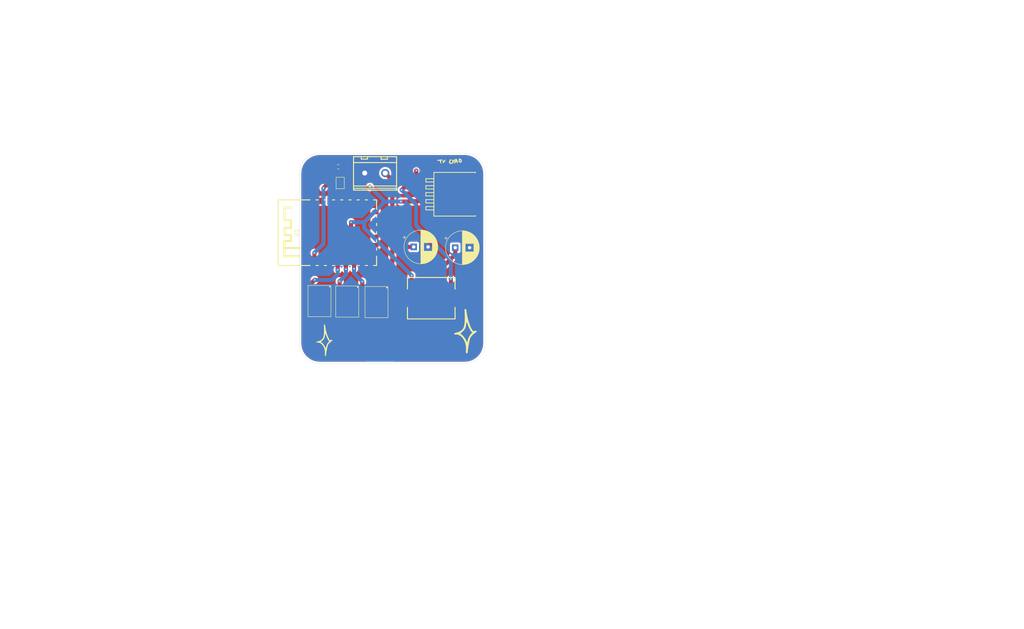
<source format=kicad_pcb>
(kicad_pcb (version 20240108) (generator "pcbnew") (generator_version "8.0")
  (layers (0 "F.Cu" signal) (31 "B.Cu" signal) (34 "B.Paste" user) (35 "F.Paste" user) (36 "B.SilkS" user "B.Silkscreen") (37 "F.SilkS" user "F.Silkscreen") (38 "B.Mask" user) (39 "F.Mask" user) (44 "Edge.Cuts" user))
  (net 0 "")
  (net 1 "Net-(P1-+)")
  (net 2 "GND")
  (net 3 "Net-(U1-EN)")
  (net 4 "Net-(JP1-B)")
  (net 5 "Net-(U3-OUTPUT)")
  (net 6 "Net-(U2-G)")
  (net 7 "Net-(Q1-G)")
  (net 8 "Net-(U2-R)")
  (net 9 "Net-(Q2-G)")
  (net 10 "Net-(U2-B)")
  (net 11 "Net-(Q3-G)")
  (footprint "easyeda2kicad:TO-263-5_L10.0-W8.4-P1.70-LS15.3-BR" (layer "F.Cu") (at 57.85 26.05 180)
    (property "Reference" "U3" (hide yes))
    (property "Value" "LM2575HVS-3.3_C347428" (hide yes))
    (pad "1" smd rect (at 5.55 3.4 180) (size 4 1.02) (layers "F.Cu" "F.Paste" "F.Mask") (net 1 "Net-(P1-+)"))
    (pad "2" smd rect (at 5.55 1.7 180) (size 4 1.02) (layers "F.Cu" "F.Paste" "F.Mask") (net 5 "Net-(U3-OUTPUT)"))
    (pad "3" smd rect (at 5.55 0 180) (size 4 1.02) (layers "F.Cu" "F.Paste" "F.Mask") (net 2 "GND"))
    (pad "4" smd rect (at 5.55 -1.7 180) (size 4 1.02) (layers "F.Cu" "F.Paste" "F.Mask") (net 3 "Net-(U1-EN)"))
    (pad "5" smd rect (at 5.55 -3.4 180) (size 4 1.02) (layers "F.Cu" "F.Paste" "F.Mask") (net 2 "GND"))
    (pad "6" smd rect (at -5.55 0 180) (size 8.4 10) (layers "F.Cu" "F.Paste" "F.Mask") (net 2 "GND"))
  )
  (footprint "PCM_Package_SO_AKL:SO-8_3.9x4.9mm_P1.27mm" (layer "F.Cu") (at 28.72 52.09 -90)
    (property "Reference" "Q3" (hide yes))
    (property "Value" "IRF7201" (hide yes))
    (pad "1" smd roundrect (at -2.575 -1.905 270) (size 1.75 0.6) (layers "F.Cu" "F.Paste" "F.Mask") (net 2 "GND"))
    (pad "2" smd roundrect (at -2.575 -0.635 270) (size 1.75 0.6) (layers "F.Cu" "F.Paste" "F.Mask") (net 2 "GND"))
    (pad "3" smd roundrect (at -2.575 0.635 270) (size 1.75 0.6) (layers "F.Cu" "F.Paste" "F.Mask") (net 2 "GND"))
    (pad "4" smd roundrect (at -2.575 1.905 270) (size 1.75 0.6) (layers "F.Cu" "F.Paste" "F.Mask") (net 11 "Net-(Q3-G)"))
    (pad "5" smd roundrect (at 2.575 1.905 270) (size 1.75 0.6) (layers "F.Cu" "F.Paste" "F.Mask") (net 10 "Net-(U2-B)"))
    (pad "6" smd roundrect (at 2.575 0.635 270) (size 1.75 0.6) (layers "F.Cu" "F.Paste" "F.Mask") (net 10 "Net-(U2-B)"))
    (pad "7" smd roundrect (at 2.575 -0.635 270) (size 1.75 0.6) (layers "F.Cu" "F.Paste" "F.Mask") (net 10 "Net-(U2-B)"))
    (pad "8" smd roundrect (at 2.575 -1.905 270) (size 1.75 0.6) (layers "F.Cu" "F.Paste" "F.Mask") (net 10 "Net-(U2-B)"))
  )
  (footprint "Resistor_SMD:R_0603_1608Metric" (layer "F.Cu") (at 33.295 19.37 180)
    (property "Reference" "R1" (hide yes))
    (property "Value" "R" (hide yes))
    (pad "1" smd roundrect (at -0.825 0 180) (size 0.8 0.95) (layers "F.Cu" "F.Paste" "F.Mask") (net 3 "Net-(U1-EN)"))
    (pad "2" smd roundrect (at 0.825 0 180) (size 0.8 0.95) (layers "F.Cu" "F.Paste" "F.Mask") (net 4 "Net-(JP1-B)"))
  )
  (footprint "easyeda2kicad:WIFIM-SMD_ESP-F" (layer "F.Cu") (at 34.77 35.42 90)
    (property "Reference" "U1" (at 0 -11.62 90) (layer "F.SilkS"))
    (property "Value" "ESP-F" (hide yes))
    (pad "1" smd rect (at -7.75 -7.62 180) (size 1 1.5) (layers "F.Cu" "F.Paste" "F.Mask") (net 4 "Net-(JP1-B)"))
    (pad "2" smd rect (at -7.75 -5.62 180) (size 1 1.5) (layers "F.Cu" "F.Paste" "F.Mask"))
    (pad "3" smd rect (at -7.75 -3.62 180) (size 1 1.5) (layers "F.Cu" "F.Paste" "F.Mask") (net 3 "Net-(U1-EN)"))
    (pad "4" smd rect (at -7.75 -1.62 180) (size 1 1.5) (layers "F.Cu" "F.Paste" "F.Mask") (net 11 "Net-(Q3-G)"))
    (pad "5" smd rect (at -7.75 0.38 180) (size 1 1.5) (layers "F.Cu" "F.Paste" "F.Mask") (net 9 "Net-(Q2-G)"))
    (pad "6" smd rect (at -7.75 2.38 180) (size 1 1.5) (layers "F.Cu" "F.Paste" "F.Mask") (net 7 "Net-(Q1-G)"))
    (pad "7" smd rect (at -7.75 4.38 180) (size 1 1.5) (layers "F.Cu" "F.Paste" "F.Mask"))
    (pad "8" smd rect (at -7.75 6.38 180) (size 1 1.5) (layers "F.Cu" "F.Paste" "F.Mask") (net 3 "Net-(U1-EN)"))
    (pad "9" smd rect (at -5 7.62 90) (size 1 1.5) (layers "F.Cu" "F.Paste" "F.Mask"))
    (pad "10" smd rect (at -3 7.62 90) (size 1 1.5) (layers "F.Cu" "F.Paste" "F.Mask"))
    (pad "11" smd rect (at -1 7.62 90) (size 1 1.5) (layers "F.Cu" "F.Paste" "F.Mask"))
    (pad "12" smd rect (at 1 7.62 90) (size 1 1.5) (layers "F.Cu" "F.Paste" "F.Mask"))
    (pad "13" smd rect (at 3 7.62 90) (size 1 1.5) (layers "F.Cu" "F.Paste" "F.Mask"))
    (pad "14" smd rect (at 5 7.62 90) (size 1 1.5) (layers "F.Cu" "F.Paste" "F.Mask"))
    (pad "15" smd rect (at 7.75 6.38 180) (size 1 1.5) (layers "F.Cu" "F.Paste" "F.Mask") (net 2 "GND"))
    (pad "16" smd rect (at 7.75 4.38 180) (size 1 1.5) (layers "F.Cu" "F.Paste" "F.Mask"))
    (pad "17" smd rect (at 7.75 2.38 180) (size 1 1.5) (layers "F.Cu" "F.Paste" "F.Mask"))
    (pad "18" smd rect (at 7.75 0.38 180) (size 1 1.5) (layers "F.Cu" "F.Paste" "F.Mask"))
    (pad "19" smd rect (at 7.75 -1.62 180) (size 1 1.5) (layers "F.Cu" "F.Paste" "F.Mask"))
    (pad "20" smd rect (at 7.75 -3.62 180) (size 1 1.5) (layers "F.Cu" "F.Paste" "F.Mask"))
    (pad "21" smd rect (at 7.75 -5.62 180) (size 1 1.5) (layers "F.Cu" "F.Paste" "F.Mask"))
    (pad "22" smd rect (at 7.75 -7.62 180) (size 1 1.5) (layers "F.Cu" "F.Paste" "F.Mask"))
  )
  (footprint "LOGO" (layer "F.Cu") (at 60.96 20.32)
    (property "Reference" "G***" (hide yes))
    (property "Value" "LOGO" (hide yes))
  )
  (footprint "LOGO" (layer "F.Cu") (at 64.798074 61.786165)
    (property "Reference" "G***" (hide yes))
    (property "Value" "LOGO" (hide yes))
  )
  (footprint "easyeda2kicad:IND-SMD_L11.6-W10.1" (layer "F.Cu") (at 55.97 51.39 180)
    (property "Reference" "L1" (hide yes))
    (property "Value" "CYA1040-33UH" (hide yes))
    (pad "1" smd rect (at -4.8 0 180) (size 3.5 4) (layers "F.Cu" "F.Paste" "F.Mask") (net 5 "Net-(U3-OUTPUT)"))
    (pad "2" smd rect (at 4.8 0 180) (size 3.5 4) (layers "F.Cu" "F.Paste" "F.Mask") (net 3 "Net-(U1-EN)"))
  )
  (footprint "Capacitor_THT:CP_Radial_D8.0mm_P3.50mm" (layer "F.Cu") (at 61.82 39.08)
    (property "Reference" "C2" (hide yes))
    (property "Value" "220uf" (hide yes))
    (pad "1" thru_hole rect (at 0 0) (size 1.6 1.6) (drill 0.8) (layers "*.Cu" "*.Mask") (net 3 "Net-(U1-EN)"))
    (pad "2" thru_hole circle (at 3.5 0) (size 1.6 1.6) (drill 0.8) (layers "*.Cu" "*.Mask") (net 2 "GND"))
  )
  (footprint "PCM_Package_SO_AKL:SO-8_3.9x4.9mm_P1.27mm" (layer "F.Cu") (at 42.62 52.35 -90)
    (property "Reference" "Q1" (hide yes))
    (property "Value" "IRF7201" (hide yes))
    (pad "1" smd roundrect (at -2.575 -1.905 270) (size 1.75 0.6) (layers "F.Cu" "F.Paste" "F.Mask") (net 2 "GND"))
    (pad "2" smd roundrect (at -2.575 -0.635 270) (size 1.75 0.6) (layers "F.Cu" "F.Paste" "F.Mask") (net 2 "GND"))
    (pad "3" smd roundrect (at -2.575 0.635 270) (size 1.75 0.6) (layers "F.Cu" "F.Paste" "F.Mask") (net 2 "GND"))
    (pad "4" smd roundrect (at -2.575 1.905 270) (size 1.75 0.6) (layers "F.Cu" "F.Paste" "F.Mask") (net 7 "Net-(Q1-G)"))
    (pad "5" smd roundrect (at 2.575 1.905 270) (size 1.75 0.6) (layers "F.Cu" "F.Paste" "F.Mask") (net 6 "Net-(U2-G)"))
    (pad "6" smd roundrect (at 2.575 0.635 270) (size 1.75 0.6) (layers "F.Cu" "F.Paste" "F.Mask") (net 6 "Net-(U2-G)"))
    (pad "7" smd roundrect (at 2.575 -0.635 270) (size 1.75 0.6) (layers "F.Cu" "F.Paste" "F.Mask") (net 6 "Net-(U2-G)"))
    (pad "8" smd roundrect (at 2.575 -1.905 270) (size 1.75 0.6) (layers "F.Cu" "F.Paste" "F.Mask") (net 6 "Net-(U2-G)"))
  )
  (footprint "mylibrary:ledstrip" (layer "F.Cu") (at 55.48 64.64 -90)
    (property "Reference" "U2" (hide yes))
    (property "Value" "~" (hide yes))
    (pad "1" smd roundrect (at 0 9 270) (size 3 1) (layers "F.Cu" "F.Paste" "F.Mask") (net 1 "Net-(P1-+)"))
    (pad "2" smd roundrect (at 0 11 270) (size 3 1) (layers "F.Cu" "F.Paste" "F.Mask") (net 6 "Net-(U2-G)"))
    (pad "3" smd roundrect (at 0 13 270) (size 3 1) (layers "F.Cu" "F.Paste" "F.Mask") (net 8 "Net-(U2-R)"))
    (pad "4" smd roundrect (at 0 15 270) (size 3 1) (layers "F.Cu" "F.Paste" "F.Mask") (net 10 "Net-(U2-B)"))
  )
  (footprint "Jumper:SolderJumper-2_P1.3mm_Open_Pad1.0x1.5mm" (layer "F.Cu") (at 33.77 23.3 90)
    (property "Reference" "JP1" (hide yes))
    (property "Value" "Jumper_2_Open" (hide yes))
    (pad "1" smd rect (at -0.65 0 90) (size 1 1.5) (layers "F.Cu" "F.Mask") (net 2 "GND"))
    (pad "2" smd rect (at 0.65 0 90) (size 1 1.5) (layers "F.Cu" "F.Mask") (net 4 "Net-(JP1-B)"))
  )
  (footprint "LOGO" (layer "F.Cu") (at 30.29 63.31)
    (property "Reference" "G***" (hide yes))
    (property "Value" "LOGO" (hide yes))
  )
  (footprint "Capacitor_THT:CP_Radial_D8.0mm_P3.50mm" (layer "F.Cu") (at 51.697349 38.89)
    (property "Reference" "C1" (hide yes))
    (property "Value" "680uf" (hide yes))
    (pad "1" thru_hole rect (at 0 0) (size 1.6 1.6) (drill 0.8) (layers "*.Cu" "*.Mask") (net 1 "Net-(P1-+)"))
    (pad "2" thru_hole circle (at 3.5 0) (size 1.6 1.6) (drill 0.8) (layers "*.Cu" "*.Mask") (net 2 "GND"))
  )
  (footprint "PCM_Package_SO_AKL:SO-8_3.9x4.9mm_P1.27mm" (layer "F.Cu") (at 35.485 52.205 -90)
    (property "Reference" "Q2" (hide yes))
    (property "Value" "IRF7201" (hide yes))
    (pad "1" smd roundrect (at -2.575 -1.905 270) (size 1.75 0.6) (layers "F.Cu" "F.Paste" "F.Mask") (net 2 "GND"))
    (pad "2" smd roundrect (at -2.575 -0.635 270) (size 1.75 0.6) (layers "F.Cu" "F.Paste" "F.Mask") (net 2 "GND"))
    (pad "3" smd roundrect (at -2.575 0.635 270) (size 1.75 0.6) (layers "F.Cu" "F.Paste" "F.Mask") (net 2 "GND"))
    (pad "4" smd roundrect (at -2.575 1.905 270) (size 1.75 0.6) (layers "F.Cu" "F.Paste" "F.Mask") (net 9 "Net-(Q2-G)"))
    (pad "5" smd roundrect (at 2.575 1.905 270) (size 1.75 0.6) (layers "F.Cu" "F.Paste" "F.Mask") (net 8 "Net-(U2-R)"))
    (pad "6" smd roundrect (at 2.575 0.635 270) (size 1.75 0.6) (layers "F.Cu" "F.Paste" "F.Mask") (net 8 "Net-(U2-R)"))
    (pad "7" smd roundrect (at 2.575 -0.635 270) (size 1.75 0.6) (layers "F.Cu" "F.Paste" "F.Mask") (net 8 "Net-(U2-R)"))
    (pad "8" smd roundrect (at 2.575 -1.905 270) (size 1.75 0.6) (layers "F.Cu" "F.Paste" "F.Mask") (net 8 "Net-(U2-R)"))
  )
  (footprint "easyeda2kicad:CONN-TH_2P-P5.00_CPC3703CTR" (layer "F.Cu") (at 42.25 20.89)
    (property "Reference" "P1" (hide yes))
    (property "Value" "WJ127-5.0-2P" (hide yes))
    (pad "1" thru_hole circle (at -2.5 0) (size 2 2) (drill 1.199998) (layers "*.Cu" "*.Mask") (net 2 "GND"))
    (pad "2" thru_hole circle (at 2.5 0) (size 2 2) (drill 1.199998) (layers "*.Cu" "*.Mask") (net 1 "Net-(P1-+)"))
  )
  (gr_arc (start 69.12 62.36) (mid 67.655534 65.895534) (end 64.12 67.36) (stroke (width 0.05)) (layer "Edge.Cuts"))
  (gr_line (start 69.12 21.01) (end 69.12 62.36) (stroke (width 0.05)) (layer "Edge.Cuts"))
  (gr_arc (start 23.81 21.01) (mid 25.274466 17.474466) (end 28.81 16.01) (stroke (width 0.05)) (layer "Edge.Cuts"))
  (gr_arc (start 28.81 67.36) (mid 25.274466 65.895534) (end 23.81 62.36) (stroke (width 0.05)) (layer "Edge.Cuts"))
  (gr_line (start 28.81 16.01) (end 64.12 16.01) (stroke (width 0.05)) (layer "Edge.Cuts"))
  (gr_line (start 23.81 62.36) (end 23.81 21.01) (stroke (width 0.05)) (layer "Edge.Cuts"))
  (gr_line (start 64.12 67.36) (end 28.81 67.36) (stroke (width 0.05)) (layer "Edge.Cuts"))
  (gr_arc (start 64.12 16.01) (mid 67.655534 17.474466) (end 69.12 21.01) (stroke (width 0.05)) (layer "Edge.Cuts"))
  (segment (start 47.44 38.89) (end 46.48 37.93) (width 1) (layer "F.Cu") (net 1))
  (segment (start 52.3 22.65) (end 46.51 22.65) (width 1) (layer "F.Cu") (net 1))
  (segment (start 51.697349 38.89) (end 47.44 38.89) (width 1) (layer "F.Cu") (net 1))
  (segment (start 46.48 22.62) (end 44.75 20.89) (width 1) (layer "F.Cu") (net 1))
  (segment (start 52.3 20.3) (end 52.33 20.27) (width 1) (layer "F.Cu") (net 1))
  (segment (start 46.48 37.93) (end 46.48 22.62) (width 1) (layer "F.Cu") (net 1))
  (segment (start 46.51 22.65) (end 46.48 22.62) (width 1) (layer "F.Cu") (net 1))
  (segment (start 52.3 22.65) (end 52.3 20.3) (width 1) (layer "F.Cu") (net 1))
  (segment (start 46.48 64.64) (end 46.48 37.93) (width 1) (layer "F.Cu") (net 1))
  (via (at 52.33 20.27) (size 0.6) (drill 0.3) (layers "F.Cu" "B.Cu") (net 1))
  (segment (start 37.39 46.04) (end 37.32 45.97) (width 1) (layer "F.Cu") (net 2))
  (segment (start 42.65 27.67) (end 41.15 27.67) (width 1) (layer "F.Cu") (net 2))
  (segment (start 30.64 45.97) (end 30.625 45.955) (width 1) (layer "F.Cu") (net 2))
  (segment (start 44.525 49.775) (end 41.985 49.775) (width 1) (layer "F.Cu") (net 2))
  (segment (start 61.82 40.74) (end 51.17 51.39) (width 1) (layer "F.Cu") (net 3))
  (segment (start 34.12 19.37) (end 35.25 19.37) (width 1) (layer "F.Cu") (net 3))
  (segment (start 48.59 27.83) (end 52.22 27.83) (width 1) (layer "F.Cu") (net 3))
  (segment (start 36.41 32.87) (end 36.4 32.86) (width 1) (layer "F.Cu") (net 3))
  (segment (start 52.22 27.83) (end 52.3 27.75) (width 1) (layer "F.Cu") (net 3))
  (segment (start 40.92 24.34) (end 41.04 24.22) (width 1) (layer "F.Cu") (net 3))
  (segment (start 31.15 43.17) (end 31.15 41.81) (width 1) (layer "F.Cu") (net 3))
  (segment (start 41.15 42.52) (end 41.15 43.17) (width 1) (layer "F.Cu") (net 3))
  (segment (start 36.41 37.78) (end 41.15 42.52) (width 1) (layer "F.Cu") (net 3))
  (segment (start 36.75 20.87) (end 36.75 24.34) (width 1) (layer "F.Cu") (net 3))
  (segment (start 36.75 24.34) (end 40.92 24.34) (width 1) (layer "F.Cu") (net 3))
  (segment (start 35.25 19.37) (end 36.75 20.87) (width 1) (layer "F.Cu") (net 3))
  (segment (start 51.17 45.85) (end 51.18 45.84) (width 1) (layer "F.Cu") (net 3))
  (segment (start 51.17 51.39) (end 51.17 45.85) (width 1) (layer "F.Cu") (net 3))
  (segment (start 35.18 37.78) (end 36.41 37.78) (width 1) (layer "F.Cu") (net 3))
  (segment (start 31.15 41.81) (end 35.18 37.78) (width 1) (layer "F.Cu") (net 3))
  (segment (start 36.41 37.78) (end 36.41 32.87) (width 1) (layer "F.Cu") (net 3))
  (segment (start 61.82 39.08) (end 61.82 40.74) (width 1) (layer "F.Cu") (net 3))
  (via (at 48.59 27.83) (size 0.6) (drill 0.3) (layers "F.Cu" "B.Cu") (net 3))
  (via (at 36.4 32.86) (size 0.6) (drill 0.3) (layers "F.Cu" "B.Cu") (net 3))
  (via (at 41.04 24.22) (size 0.6) (drill 0.3) (layers "F.Cu" "B.Cu") (net 3))
  (via (at 48.59 27.83) (size 0.6) (drill 0.3) (layers "F.Cu" "B.Cu") (net 3))
  (via (at 51.18 45.84) (size 0.6) (drill 0.3) (layers "F.Cu" "B.Cu") (net 3))
  (segment (start 51.18 45.84) (end 39.62 34.28) (width 1) (layer "B.Cu") (net 3))
  (segment (start 36.4 32.86) (end 39.62 32.86) (width 1) (layer "B.Cu") (net 3))
  (segment (start 41.04 24.22) (end 44.65 27.83) (width 1) (layer "B.Cu") (net 3))
  (segment (start 39.62 32.86) (end 44.65 27.83) (width 1) (layer "B.Cu") (net 3))
  (segment (start 44.65 27.83) (end 48.59 27.83) (width 1) (layer "B.Cu") (net 3))
  (segment (start 39.62 34.28) (end 39.62 32.86) (width 1) (layer "B.Cu") (net 3))
  (segment (start 27.49 40.32) (end 27.49 42.83) (width 1) (layer "F.Cu") (net 4))
  (segment (start 27.49 42.83) (end 27.15 43.17) (width 1) (layer "F.Cu") (net 4))
  (segment (start 32.47 19.37) (end 32.47 21.74) (width 1) (layer "F.Cu") (net 4))
  (segment (start 31.56 22.65) (end 29.69 24.52) (width 1) (layer "F.Cu") (net 4))
  (segment (start 33.77 22.65) (end 31.56 22.65) (width 1) (layer "F.Cu") (net 4))
  (segment (start 32.47 21.74) (end 31.56 22.65) (width 1) (layer "F.Cu") (net 4))
  (via (at 29.69 24.52) (size 0.6) (drill 0.3) (layers "F.Cu" "B.Cu") (net 4))
  (via (at 27.49 40.32) (size 0.6) (drill 0.3) (layers "F.Cu" "B.Cu") (net 4))
  (segment (start 29.69 24.52) (end 29.69 38.12) (width 1) (layer "B.Cu") (net 4))
  (segment (start 29.69 38.12) (end 27.49 40.32) (width 1) (layer "B.Cu") (net 4))
  (segment (start 60.77 51.39) (end 60.77 46.72) (width 1) (layer "F.Cu") (net 5))
  (segment (start 49.39 24.35) (end 52.3 24.35) (width 1) (layer "F.Cu") (net 5))
  (segment (start 60.77 46.72) (end 60.75 46.7) (width 1) (layer "F.Cu") (net 5))
  (segment (start 48.74 25) (end 49.39 24.35) (width 1) (layer "F.Cu") (net 5))
  (via (at 60.75 46.7) (size 0.6) (drill 0.3) (layers "F.Cu" "B.Cu") (net 5))
  (via (at 48.74 25) (size 0.6) (drill 0.3) (layers "F.Cu" "B.Cu") (net 5))
  (segment (start 52.26 28.52) (end 48.74 25) (width 1) (layer "B.Cu") (net 5))
  (segment (start 52.26 33.65) (end 52.26 28.52) (width 1) (layer "B.Cu") (net 5))
  (segment (start 60.75 42.14) (end 52.26 33.65) (width 1) (layer "B.Cu") (net 5))
  (segment (start 60.75 46.7) (end 60.75 42.14) (width 1) (layer "B.Cu") (net 5))
  (segment (start 44.48 54.97) (end 44.525 54.925) (width 1) (layer "F.Cu") (net 6))
  (segment (start 40.715 54.925) (end 44.525 54.925) (width 1) (layer "F.Cu") (net 6))
  (segment (start 44.48 64.64) (end 44.48 54.97) (width 1) (layer "F.Cu") (net 6))
  (segment (start 39.15 48.21) (end 40.715 49.775) (width 1) (layer "F.Cu") (net 7))
  (segment (start 37.15 43.17) (end 37.15 42.07) (width 1) (layer "F.Cu") (net 7))
  (segment (start 37.15 43.17) (end 37.15 44.21) (width 1) (layer "F.Cu") (net 7))
  (segment (start 39.15 47.33) (end 39.15 48.21) (width 1) (layer "F.Cu") (net 7))
  (via (at 37.15 44.21) (size 0.6) (drill 0.3) (layers "F.Cu" "B.Cu") (net 7))
  (via (at 39.15 47.33) (size 0.6) (drill 0.3) (layers "F.Cu" "B.Cu") (net 7))
  (segment (start 37.15 44.21) (end 37.15 45.33) (width 1) (layer "B.Cu") (net 7))
  (segment (start 37.15 45.33) (end 39.15 47.33) (width 1) (layer "B.Cu") (net 7))
  (segment (start 37.39 56.21) (end 42.48 61.3) (width 1) (layer "F.Cu") (net 8))
  (segment (start 42.48 61.3) (end 42.48 64.64) (width 1) (layer "F.Cu") (net 8))
  (segment (start 33.58 54.78) (end 37.39 54.78) (width 1) (layer "F.Cu") (net 8))
  (segment (start 37.39 54.78) (end 37.39 56.21) (width 1) (layer "F.Cu") (net 8))
  (segment (start 35.15 44.32) (end 35.16 44.33) (width 1) (layer "F.Cu") (net 9))
  (segment (start 33.64 47.23) (end 33.64 49.57) (width 1) (layer "F.Cu") (net 9))
  (segment (start 35.15 43.17) (end 35.15 44.32) (width 1) (layer "F.Cu") (net 9))
  (segment (start 33.64 49.57) (end 33.58 49.63) (width 1) (layer "F.Cu") (net 9))
  (via (at 35.16 44.33) (size 0.6) (drill 0.3) (layers "F.Cu" "B.Cu") (net 9))
  (via (at 33.64 47.23) (size 0.6) (drill 0.3) (layers "F.Cu" "B.Cu") (net 9))
  (segment (start 35.16 45.71) (end 33.64 47.23) (width 1) (layer "B.Cu") (net 9))
  (segment (start 35.16 44.33) (end 35.16 45.71) (width 1) (layer "B.Cu") (net 9))
  (segment (start 26.815 54.665) (end 30.625 54.665) (width 1) (layer "F.Cu") (net 10))
  (segment (start 30.625 54.665) (end 40.48 64.52) (width 1) (layer "F.Cu") (net 10))
  (segment (start 40.48 64.52) (end 40.48 64.64) (width 1) (layer "F.Cu") (net 10))
  (segment (start 27.56 46.92) (end 26.815 47.665) (width 1) (layer "F.Cu") (net 11))
  (segment (start 33.15 44.47) (end 33.16 44.48) (width 1) (layer "F.Cu") (net 11))
  (segment (start 33.15 43.17) (end 33.15 44.47) (width 1) (layer "F.Cu") (net 11))
  (segment (start 26.815 47.665) (end 26.815 49.515) (width 1) (layer "F.Cu") (net 11))
  (via (at 33.16 44.48) (size 0.6) (drill 0.3) (layers "F.Cu" "B.Cu") (net 11))
  (via (at 27.56 46.92) (size 0.6) (drill 0.3) (layers "F.Cu" "B.Cu") (net 11))
  (segment (start 33.16 45.51) (end 31.71 46.96) (width 1) (layer "B.Cu") (net 11))
  (segment (start 31.71 46.96) (end 27.6 46.96) (width 1) (layer "B.Cu") (net 11))
  (segment (start 27.6 46.96) (end 27.56 46.92) (width 1) (layer "B.Cu") (net 11))
  (segment (start 33.16 44.48) (end 33.16 45.51) (width 1) (layer "B.Cu") (net 11))
  (zone (net 2) (net_name "GND") (layers "F&B.Cu") (connect_pads yes (clearance 0.5)) (min_thickness 0.25) (fill yes (thermal_gap 0.5) (thermal_bridge_width 0.5))
    (polygon (pts (xy -6.9 -9.27) (xy 176.18 -21.31) (xy 200.51 120.25) (xy -49.17 132.04) (xy -6.88 -9.3)))
  )
)
</source>
